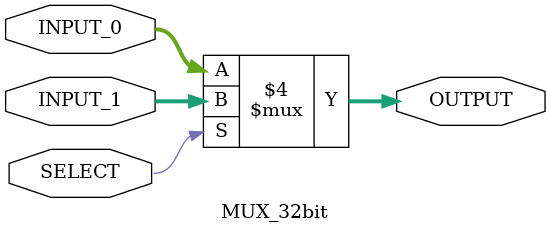
<source format=v>
module MUX_32bit(INPUT_0,INPUT_1,SELECT,OUTPUT);
input [31:0] INPUT_0,INPUT_1;
input SELECT;
output reg [31:0] OUTPUT;

always @(INPUT_0,INPUT_1,SELECT) begin
    if (SELECT == 1'b0) begin
        OUTPUT = INPUT_0;
    end
    else begin
        OUTPUT = INPUT_1;
    end
end

endmodule
</source>
